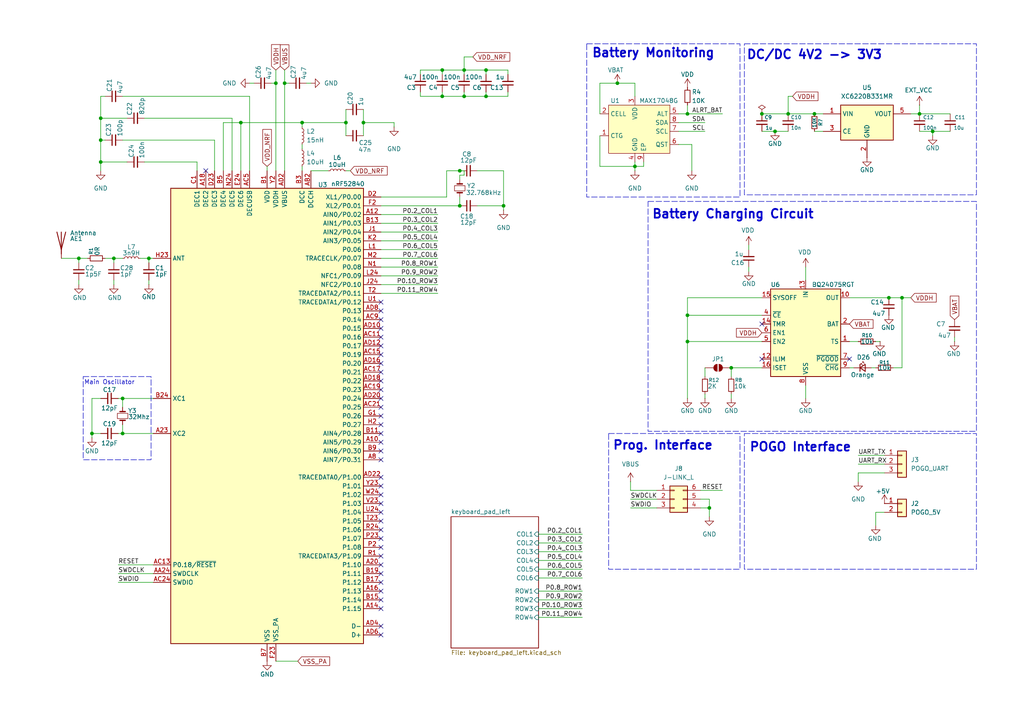
<source format=kicad_sch>
(kicad_sch (version 20250114) (generator "eeschema") (generator_version "9.0")
  (paper "A4")
  (title_block (title "LEFT PAD ETZEE101") (date "2026-02-11") (rev "v0.1"))
  (rectangle (start 24.13 109.22) (end 43.815 133.35) (stroke (width 0) (type dash)))
  (rectangle (start 170.18 12.7) (end 214.63 57.15) (stroke (width 0) (type dash)))
  (rectangle (start 215.9 125.73) (end 283.21 165.1) (stroke (width 0) (type dash)))
  (rectangle (start 187.96 58.42) (end 283.21 125.095) (stroke (width 0) (type dash)))
  (rectangle (start 215.9 12.7) (end 283.21 56.515) (stroke (width 0) (type dash)))
  (rectangle (start 176.53 125.73) (end 214.63 165.1) (stroke (width 0) (type dash)))
  (text "Main Oscillator" (at 31.75 110.998 0) (effects (font (size 1.27 1.27))))
  (text "DC/DC 4V2 -> 3V3\n" (at 236.22 16.002 0) (effects (font (size 2.54 2.54) (thickness 0.508) (bold yes))))
  (text "POGO Interface\n" (at 232.156 129.794 0) (effects (font (size 2.54 2.54) (thickness 0.508) (bold yes))))
  (text "Prog. Interface\n" (at 192.278 129.286 0) (effects (font (size 2.54 2.54) (thickness 0.508) (bold yes))))
  (text "Battery Monitoring\n\n" (at 189.484 17.526 0) (effects (font (size 2.54 2.54) (thickness 0.508) (bold yes))))
  (text "Battery Charging Circuit\n" (at 212.598 62.23 0) (effects (font (size 2.54 2.54) (thickness 0.508) (bold yes))))
  (junction (at 35.56 115.57))
  (junction (at 80.01 24.13))
  (junction (at 212.09 106.68))
  (junction (at 146.05 59.69))
  (junction (at 179.07 24.13))
  (junction (at 140.97 27.94))
  (junction (at 22.86 74.93))
  (junction (at 199.39 33.02))
  (junction (at 270.51 38.1))
  (junction (at 236.22 33.02))
  (junction (at 134.62 20.32))
  (junction (at 128.27 20.32))
  (junction (at 87.63 35.56))
  (junction (at 228.6 33.02))
  (junction (at 100.33 35.56))
  (junction (at 261.62 86.36))
  (junction (at 35.56 125.73))
  (junction (at 140.97 20.32))
  (junction (at 133.35 49.53))
  (junction (at 128.27 27.94))
  (junction (at 220.98 33.02))
  (junction (at 257.81 86.36))
  (junction (at 199.39 91.44))
  (junction (at 199.39 99.06))
  (junction (at 266.7 33.02))
  (junction (at 69.85 35.56))
  (junction (at 26.67 125.73))
  (junction (at 82.55 24.13))
  (junction (at 29.21 46.99))
  (junction (at 29.21 34.29))
  (junction (at 205.74 147.32))
  (junction (at 224.79 38.1))
  (junction (at 133.35 59.69))
  (junction (at 105.41 35.56))
  (junction (at 134.62 27.94))
  (junction (at 29.21 40.64))
  (junction (at 43.18 74.93))
  (junction (at 33.02 74.93))
  (junction (at 184.15 48.26))
  (no_connect (at 110.49 130.81))
  (no_connect (at 110.49 181.61))
  (no_connect (at 110.49 140.97))
  (no_connect (at 110.49 107.95))
  (no_connect (at 110.49 123.19))
  (no_connect (at 110.49 102.87))
  (no_connect (at 110.49 166.37))
  (no_connect (at 110.49 163.83))
  (no_connect (at 110.49 148.59))
  (no_connect (at 110.49 138.43))
  (no_connect (at 110.49 168.91))
  (no_connect (at 110.49 156.21))
  (no_connect (at 110.49 184.15))
  (no_connect (at 110.49 92.71))
  (no_connect (at 246.38 104.14))
  (no_connect (at 110.49 128.27))
  (no_connect (at 110.49 95.25))
  (no_connect (at 110.49 173.99))
  (no_connect (at 110.49 161.29))
  (no_connect (at 110.49 100.33))
  (no_connect (at 110.49 118.11))
  (no_connect (at 110.49 110.49))
  (no_connect (at 110.49 143.51))
  (no_connect (at 59.69 49.53))
  (no_connect (at 110.49 113.03))
  (no_connect (at 110.49 120.65))
  (no_connect (at 110.49 115.57))
  (no_connect (at 110.49 97.79))
  (no_connect (at 110.49 133.35))
  (no_connect (at 110.49 87.63))
  (no_connect (at 110.49 146.05))
  (no_connect (at 110.49 90.17))
  (no_connect (at 110.49 105.41))
  (no_connect (at 110.49 171.45))
  (no_connect (at 220.98 104.14))
  (no_connect (at 220.98 93.98))
  (no_connect (at 110.49 125.73))
  (no_connect (at 110.49 153.67))
  (no_connect (at 110.49 176.53))
  (no_connect (at 110.49 151.13))
  (no_connect (at 110.49 158.75))
  (wire (pts (xy 34.29 125.73) (xy 35.56 125.73)))
  (wire (pts (xy 236.22 33.02) (xy 238.76 33.02)))
  (wire (pts (xy 203.2 147.32) (xy 205.74 147.32)))
  (wire (pts (xy 22.86 74.93) (xy 25.4 74.93)))
  (wire (pts (xy 110.49 59.69) (xy 133.35 59.69)))
  (wire (pts (xy 246.38 99.06) (xy 248.92 99.06)))
  (wire (pts (xy 87.63 35.56) (xy 87.63 36.83)))
  (wire (pts (xy 196.85 41.91) (xy 200.66 41.91)))
  (wire (pts (xy 110.49 67.31) (xy 127 67.31)))
  (wire (pts (xy 105.41 35.56) (xy 114.3 35.56)))
  (wire (pts (xy 156.21 157.48) (xy 168.91 157.48)))
  (wire (pts (xy 35.56 115.57) (xy 35.56 118.11)))
  (wire (pts (xy 69.85 49.53) (xy 69.85 35.56)))
  (wire (pts (xy 110.49 64.77) (xy 127 64.77)))
  (wire (pts (xy 146.05 59.69) (xy 138.43 59.69)))
  (wire (pts (xy 82.55 20.32) (xy 82.55 24.13)))
  (wire (pts (xy 82.55 24.13) (xy 83.82 24.13)))
  (wire (pts (xy 248.92 137.16) (xy 256.54 137.16)))
  (wire (pts (xy 134.62 20.32) (xy 140.97 20.32)))
  (wire (pts (xy 128.27 27.94) (xy 134.62 27.94)))
  (wire (pts (xy 254 148.59) (xy 256.54 148.59)))
  (wire (pts (xy 80.01 24.13) (xy 80.01 49.53)))
  (wire (pts (xy 199.39 33.02) (xy 196.85 33.02)))
  (wire (pts (xy 184.15 24.13) (xy 184.15 27.94)))
  (wire (pts (xy 261.62 106.68) (xy 261.62 86.36)))
  (wire (pts (xy 40.64 74.93) (xy 43.18 74.93)))
  (wire (pts (xy 77.47 48.26) (xy 77.47 49.53)))
  (wire (pts (xy 147.32 27.94) (xy 147.32 26.67)))
  (wire (pts (xy 220.98 33.02) (xy 228.6 33.02)))
  (wire (pts (xy 110.49 69.85) (xy 127 69.85)))
  (wire (pts (xy 80.01 20.32) (xy 80.01 24.13)))
  (wire (pts (xy 110.49 74.93) (xy 127 74.93)))
  (wire (pts (xy 34.29 115.57) (xy 35.56 115.57)))
  (wire (pts (xy 82.55 24.13) (xy 82.55 49.53)))
  (wire (pts (xy 220.98 106.68) (xy 212.09 106.68)))
  (wire (pts (xy 196.85 38.1) (xy 204.47 38.1)))
  (wire (pts (xy 105.41 35.56) (xy 105.41 39.37)))
  (wire (pts (xy 182.88 139.7) (xy 182.88 142.24)))
  (wire (pts (xy 199.39 86.36) (xy 220.98 86.36)))
  (wire (pts (xy 184.15 48.26) (xy 186.69 48.26)))
  (wire (pts (xy 128.27 20.32) (xy 134.62 20.32)))
  (wire (pts (xy 199.39 30.48) (xy 199.39 33.02)))
  (wire (pts (xy 156.21 171.45) (xy 168.91 171.45)))
  (wire (pts (xy 228.6 33.02) (xy 236.22 33.02)))
  (wire (pts (xy 133.35 50.8) (xy 134.62 50.8)))
  (wire (pts (xy 212.09 106.68) (xy 212.09 109.22)))
  (wire (pts (xy 30.48 74.93) (xy 33.02 74.93)))
  (wire (pts (xy 217.17 77.47) (xy 217.17 78.74)))
  (wire (pts (xy 35.56 115.57) (xy 44.45 115.57)))
  (wire (pts (xy 121.92 20.32) (xy 128.27 20.32)))
  (wire (pts (xy 182.88 142.24) (xy 190.5 142.24)))
  (wire (pts (xy 233.68 115.57) (xy 233.68 111.76)))
  (wire (pts (xy 87.63 48.26) (xy 87.63 49.53)))
  (wire (pts (xy 26.67 125.73) (xy 26.67 115.57)))
  (wire (pts (xy 137.16 16.51) (xy 134.62 16.51)))
  (wire (pts (xy 110.49 85.09) (xy 127 85.09)))
  (wire (pts (xy 43.18 74.93) (xy 43.18 76.2)))
  (wire (pts (xy 29.21 40.64) (xy 29.21 34.29)))
  (wire (pts (xy 156.21 154.94) (xy 168.91 154.94)))
  (wire (pts (xy 29.21 40.64) (xy 30.48 40.64)))
  (wire (pts (xy 204.47 114.3) (xy 204.47 115.57)))
  (wire (pts (xy 184.15 46.99) (xy 184.15 48.26)))
  (wire (pts (xy 121.92 21.59) (xy 121.92 20.32)))
  (wire (pts (xy 205.74 144.78) (xy 205.74 147.32)))
  (wire (pts (xy 41.91 46.99) (xy 57.15 46.99)))
  (wire (pts (xy 184.15 48.26) (xy 184.15 49.53)))
  (wire (pts (xy 35.56 40.64) (xy 62.23 40.64)))
  (wire (pts (xy 252.73 106.68) (xy 254 106.68)))
  (wire (pts (xy 110.49 82.55) (xy 127 82.55)))
  (wire (pts (xy 199.39 33.02) (xy 209.55 33.02)))
  (wire (pts (xy 72.39 24.13) (xy 73.66 24.13)))
  (wire (pts (xy 128.27 20.32) (xy 128.27 21.59)))
  (wire (pts (xy 110.49 80.01) (xy 127 80.01)))
  (wire (pts (xy 35.56 125.73) (xy 44.45 125.73)))
  (wire (pts (xy 156.21 165.1) (xy 168.91 165.1)))
  (wire (pts (xy 217.17 71.12) (xy 217.17 72.39)))
  (wire (pts (xy 156.21 173.99) (xy 168.91 173.99)))
  (wire (pts (xy 266.7 38.1) (xy 270.51 38.1)))
  (wire (pts (xy 266.7 33.02) (xy 275.59 33.02)))
  (wire (pts (xy 140.97 20.32) (xy 140.97 21.59)))
  (wire (pts (xy 110.49 62.23) (xy 127 62.23)))
  (wire (pts (xy 34.29 166.37) (xy 44.45 166.37)))
  (wire (pts (xy 78.74 24.13) (xy 80.01 24.13)))
  (wire (pts (xy 173.99 48.26) (xy 184.15 48.26)))
  (wire (pts (xy 270.51 38.1) (xy 275.59 38.1)))
  (wire (pts (xy 259.08 106.68) (xy 261.62 106.68)))
  (wire (pts (xy 29.21 34.29) (xy 29.21 27.94)))
  (wire (pts (xy 67.31 49.53) (xy 67.31 34.29)))
  (wire (pts (xy 173.99 39.37) (xy 173.99 48.26)))
  (wire (pts (xy 156.21 160.02) (xy 168.91 160.02)))
  (wire (pts (xy 57.15 46.99) (xy 57.15 49.53)))
  (wire (pts (xy 220.98 38.1) (xy 224.79 38.1)))
  (wire (pts (xy 29.21 49.53) (xy 29.21 46.99)))
  (wire (pts (xy 199.39 115.57) (xy 199.39 99.06)))
  (wire (pts (xy 22.86 74.93) (xy 22.86 76.2)))
  (wire (pts (xy 100.33 35.56) (xy 100.33 39.37)))
  (wire (pts (xy 133.35 50.8) (xy 133.35 52.07)))
  (wire (pts (xy 156.21 162.56) (xy 168.91 162.56)))
  (wire (pts (xy 134.62 50.8) (xy 134.62 49.53)))
  (wire (pts (xy 29.21 125.73) (xy 26.67 125.73)))
  (wire (pts (xy 29.21 46.99) (xy 36.83 46.99)))
  (wire (pts (xy 26.67 125.73) (xy 26.67 127)))
  (wire (pts (xy 87.63 41.91) (xy 87.63 43.18)))
  (wire (pts (xy 182.88 147.32) (xy 190.5 147.32)))
  (wire (pts (xy 186.69 48.26) (xy 186.69 46.99)))
  (wire (pts (xy 140.97 26.67) (xy 140.97 27.94)))
  (wire (pts (xy 121.92 26.67) (xy 121.92 27.94)))
  (wire (pts (xy 264.16 33.02) (xy 266.7 33.02)))
  (wire (pts (xy 173.99 24.13) (xy 179.07 24.13)))
  (wire (pts (xy 156.21 176.53) (xy 168.91 176.53)))
  (wire (pts (xy 254 99.06) (xy 255.27 99.06)))
  (wire (pts (xy 90.17 49.53) (xy 95.25 49.53)))
  (wire (pts (xy 128.27 26.67) (xy 128.27 27.94)))
  (wire (pts (xy 257.81 86.36) (xy 261.62 86.36)))
  (wire (pts (xy 248.92 132.08) (xy 256.54 132.08)))
  (wire (pts (xy 203.2 144.78) (xy 205.74 144.78)))
  (wire (pts (xy 200.66 41.91) (xy 200.66 49.53)))
  (wire (pts (xy 114.3 36.83) (xy 114.3 35.56)))
  (wire (pts (xy 64.77 35.56) (xy 69.85 35.56)))
  (wire (pts (xy 261.62 86.36) (xy 264.16 86.36)))
  (wire (pts (xy 199.39 99.06) (xy 220.98 99.06)))
  (wire (pts (xy 199.39 91.44) (xy 199.39 86.36)))
  (wire (pts (xy 80.01 191.77) (xy 86.36 191.77)))
  (wire (pts (xy 248.92 139.7) (xy 248.92 137.16)))
  (wire (pts (xy 140.97 27.94) (xy 147.32 27.94)))
  (wire (pts (xy 146.05 49.53) (xy 146.05 59.69)))
  (wire (pts (xy 29.21 34.29) (xy 36.83 34.29)))
  (wire (pts (xy 138.43 49.53) (xy 146.05 49.53)))
  (wire (pts (xy 133.35 57.15) (xy 133.35 59.69)))
  (wire (pts (xy 43.18 74.93) (xy 44.45 74.93)))
  (wire (pts (xy 212.09 114.3) (xy 212.09 115.57)))
  (wire (pts (xy 199.39 99.06) (xy 199.39 91.44)))
  (wire (pts (xy 22.86 81.28) (xy 22.86 82.55)))
  (wire (pts (xy 133.35 49.53) (xy 134.62 49.53)))
  (wire (pts (xy 199.39 91.44) (xy 220.98 91.44)))
  (wire (pts (xy 41.91 34.29) (xy 67.31 34.29)))
  (wire (pts (xy 204.47 106.68) (xy 204.47 109.22)))
  (wire (pts (xy 105.41 31.75) (xy 105.41 35.56)))
  (wire (pts (xy 246.38 106.68) (xy 247.65 106.68)))
  (wire (pts (xy 26.67 115.57) (xy 29.21 115.57)))
  (wire (pts (xy 129.54 49.53) (xy 133.35 49.53)))
  (wire (pts (xy 179.07 24.13) (xy 184.15 24.13)))
  (wire (pts (xy 110.49 72.39) (xy 127 72.39)))
  (wire (pts (xy 34.29 168.91) (xy 44.45 168.91)))
  (wire (pts (xy 224.79 38.1) (xy 228.6 38.1)))
  (wire (pts (xy 35.56 123.19) (xy 35.56 125.73)))
  (wire (pts (xy 134.62 26.67) (xy 134.62 27.94)))
  (wire (pts (xy 87.63 35.56) (xy 100.33 35.56)))
  (wire (pts (xy 35.56 27.94) (xy 72.39 27.94)))
  (wire (pts (xy 182.88 144.78) (xy 190.5 144.78)))
  (wire (pts (xy 147.32 20.32) (xy 147.32 21.59)))
  (wire (pts (xy 270.51 38.1) (xy 270.51 39.37)))
  (wire (pts (xy 110.49 57.15) (xy 129.54 57.15)))
  (wire (pts (xy 156.21 179.07) (xy 168.91 179.07)))
  (wire (pts (xy 17.78 74.93) (xy 22.86 74.93)))
  (wire (pts (xy 29.21 46.99) (xy 29.21 40.64)))
  (wire (pts (xy 34.29 163.83) (xy 44.45 163.83)))
  (wire (pts (xy 72.39 27.94) (xy 72.39 49.53)))
  (wire (pts (xy 121.92 27.94) (xy 128.27 27.94)))
  (wire (pts (xy 205.74 147.32) (xy 205.74 149.86)))
  (wire (pts (xy 33.02 74.93) (xy 33.02 76.2)))
  (wire (pts (xy 33.02 82.55) (xy 33.02 81.28)))
  (wire (pts (xy 203.2 142.24) (xy 209.55 142.24)))
  (wire (pts (xy 156.21 167.64) (xy 168.91 167.64)))
  (wire (pts (xy 64.77 49.53) (xy 64.77 35.56)))
  (wire (pts (xy 100.33 31.75) (xy 100.33 35.56)))
  (wire (pts (xy 62.23 40.64) (xy 62.23 49.53)))
  (wire (pts (xy 69.85 35.56) (xy 87.63 35.56)))
  (wire (pts (xy 129.54 57.15) (xy 129.54 49.53)))
  (wire (pts (xy 146.05 59.69) (xy 146.05 60.96)))
  (wire (pts (xy 134.62 16.51) (xy 134.62 20.32)))
  (wire (pts (xy 134.62 20.32) (xy 134.62 21.59)))
  (wire (pts (xy 100.33 49.53) (xy 101.6 49.53)))
  (wire (pts (xy 110.49 77.47) (xy 127 77.47)))
  (wire (pts (xy 248.92 134.62) (xy 256.54 134.62)))
  (wire (pts (xy 254 152.4) (xy 254 148.59)))
  (wire (pts (xy 229.87 27.94) (xy 228.6 27.94)))
  (wire (pts (xy 43.18 82.55) (xy 43.18 81.28)))
  (wire (pts (xy 228.6 27.94) (xy 228.6 33.02)))
  (wire (pts (xy 246.38 86.36) (xy 257.81 86.36)))
  (wire (pts (xy 233.68 77.47) (xy 233.68 81.28)))
  (wire (pts (xy 134.62 27.94) (xy 140.97 27.94)))
  (wire (pts (xy 266.7 30.48) (xy 266.7 33.02)))
  (wire (pts (xy 29.21 27.94) (xy 30.48 27.94)))
  (wire (pts (xy 196.85 35.56) (xy 204.47 35.56)))
  (wire (pts (xy 236.22 38.1) (xy 238.76 38.1)))
  (wire (pts (xy 88.9 24.13) (xy 90.17 24.13)))
  (wire (pts (xy 33.02 74.93) (xy 35.56 74.93)))
  (wire (pts (xy 173.99 33.02) (xy 173.99 24.13)))
  (wire (pts (xy 276.86 97.79) (xy 276.86 99.06)))
  (wire (pts (xy 140.97 20.32) (xy 147.32 20.32)))
  (label "P0.5_COL4" (at 127 69.85 180))
  (label "P0.3_COL2" (at 127 64.77 180))
  (label "P0.5_COL4" (at 168.91 162.56 180))
  (label "P0.10_ROW3" (at 168.91 176.53 180))
  (label "SWDIO" (at 182.88 147.32 0))
  (label "P0.2_COL1" (at 168.91 154.94 180))
  (label "P0.3_COL2" (at 168.91 157.48 180))
  (label "P0.8_ROW1" (at 168.91 171.45 180))
  (label "P0.9_ROW2" (at 127 80.01 180))
  (label "P0.7_COL6" (at 168.91 167.64 180))
  (label "P0.9_ROW2" (at 168.91 173.99 180))
  (label "ALRT_BAT" (at 209.55 33.02 180))
  (label "P0.11_ROW4" (at 127 85.09 180))
  (label "RESET" (at 34.29 163.83 0))
  (label "UART_RX" (at 248.92 134.62 0))
  (label "P0.11_ROW4" (at 168.91 179.07 180))
  (label "P0.2_COL1" (at 127 62.23 180))
  (label "SDA" (at 204.47 35.56 180))
  (label "P0.6_COL5" (at 168.91 165.1 180))
  (label "UART_TX" (at 248.92 132.08 0))
  (label "P0.8_ROW1" (at 127 77.47 180))
  (label "P0.10_ROW3" (at 127 82.55 180))
  (label "P0.4_COL3" (at 168.91 160.02 180))
  (label "P0.6_COL5" (at 127 72.39 180))
  (label "RESET" (at 209.55 142.24 180))
  (label "P0.4_COL3" (at 127 67.31 180))
  (label "P0.7_COL6" (at 127 74.93 180))
  (label "SWDCLK" (at 34.29 166.37 0))
  (label "SWDCLK" (at 182.88 144.78 0))
  (label "SCL" (at 204.47 38.1 180))
  (label "SWDIO" (at 34.29 168.91 0))
  (global_label "VDD_NRF" (shape input) (at 137.16 16.51 0) (property "Intersheetrefs" "${INTERSHEET_REFS}" (effects (hide yes))))
  (global_label "VDDH" (shape input) (at 264.16 86.36 0) (property "Intersheetrefs" "${INTERSHEET_REFS}" (effects (hide yes))))
  (global_label "VBAT" (shape input) (at 246.38 93.98 0) (property "Intersheetrefs" "${INTERSHEET_REFS}" (effects (hide yes))))
  (global_label "VBAT" (shape input) (at 276.86 92.71 90) (property "Intersheetrefs" "${INTERSHEET_REFS}" (effects (hide yes))))
  (global_label "VDDH" (shape input) (at 229.87 27.94 0) (property "Intersheetrefs" "${INTERSHEET_REFS}" (effects (hide yes))))
  (global_label "VDDH" (shape input) (at 80.01 20.32 90) (property "Intersheetrefs" "${INTERSHEET_REFS}" (effects (hide yes))))
  (global_label "VDDH" (shape input) (at 220.98 96.52 180) (property "Intersheetrefs" "${INTERSHEET_REFS}" (effects (hide yes))))
  (global_label "VBUS" (shape input) (at 82.55 20.32 90) (property "Intersheetrefs" "${INTERSHEET_REFS}" (effects (hide yes))))
  (global_label "VDD_NRF" (shape input) (at 77.47 48.26 90) (property "Intersheetrefs" "${INTERSHEET_REFS}" (effects (hide yes))))
  (global_label "VDD_NRF" (shape input) (at 101.6 49.53 0) (property "Intersheetrefs" "${INTERSHEET_REFS}" (effects (hide yes))))
  (global_label "VSS_PA" (shape input) (at 86.36 191.77 0) (property "Intersheetrefs" "${INTERSHEET_REFS}" (effects (hide yes))))
  (symbol (lib_id "Connector_Generic:Conn_02x03_Counter_Clockwise") (at 195.58 144.78 0) (unit 1)
    (property "Reference" "J8" (at 196.85 135.89 0))
    (property "Value" "J-LINK_L" (at 196.85 138.43 0))
    (property "Description" "Generic connector, double row, 02x03, counter clockwise pin numbering scheme (similar to DIP package numbering), script generated (kicad-library-utils/schlib/autogen/connector/)" (effects (hide yes)))
  )
  (symbol (lib_id "power:GND") (at 217.17 78.74 0) (unit 1)
    (property "Reference" "#PWR035" (effects (hide yes)))
    (property "Value" "GND" (at 215.138 82.296 0) (effects (justify left)))
    (property "Description" "Power symbol creates a global label with name \"GND\" , ground" (effects (hide yes)))
  )
  (symbol (lib_id "Device:Crystal_Small") (at 133.35 54.61 90) (unit 1)
    (property "Reference" "Y2" (at 135.382 53.848 90) (effects (justify right)))
    (property "Value" "32.768kHz" (at 135.128 55.88 90) (effects (justify right)))
    (property "Description" "Two pin crystal, small symbol" (effects (hide yes)))
  )
  (symbol (lib_id "Device:C_Small") (at 276.86 95.25 0) (unit 1)
    (property "Reference" "C7" (at 271.526 93.98 0) (effects (justify left)))
    (property "Value" "4u7" (at 272.034 97.282 0) (effects (justify left)))
    (property "Footprint" "Capacitor_SMD:C_0603_1608Metric" (effects (hide yes)))
    (property "Description" "Unpolarized capacitor, small symbol" (effects (hide yes)))
  )
  (symbol (lib_id "power:GND") (at 254 152.4 0) (unit 1)
    (property "Reference" "#PWR020" (effects (hide yes)))
    (property "Value" "GND" (at 253.746 156.21 0))
    (property "Description" "Power symbol creates a global label with name \"GND\" , ground" (effects (hide yes)))
  )
  (symbol (lib_id "power:GND") (at 257.81 91.44 0) (unit 1)
    (property "Reference" "#PWR031" (effects (hide yes)))
    (property "Value" "GND" (at 255.524 94.996 0) (effects (justify left)))
    (property "Description" "Power symbol creates a global label with name \"GND\" , ground" (effects (hide yes)))
  )
  (symbol (lib_id "power:GND") (at 199.39 115.57 0) (unit 1)
    (property "Reference" "#PWR024" (effects (hide yes)))
    (property "Value" "GND" (at 197.358 119.126 0) (effects (justify left)))
    (property "Description" "Power symbol creates a global label with name \"GND\" , ground" (effects (hide yes)))
  )
  (symbol (lib_id "Device:C_Small") (at 43.18 78.74 0) (unit 1)
    (property "Reference" "C1" (at 44.958 77.724 0) (effects (justify left)))
    (property "Value" "1pF" (at 44.958 79.502 0) (effects (justify left)))
    (property "Footprint" "Capacitor_SMD:C_0603_1608Metric" (effects (hide yes)))
    (property "Description" "Unpolarized capacitor, small symbol" (effects (hide yes)))
  )
  (symbol (lib_id "power:GND") (at 90.17 24.13 90) (unit 1)
    (property "Reference" "#PWR016" (effects (hide yes)))
    (property "Value" "GND" (at 93.98 24.1299 90) (effects (justify right)))
    (property "Description" "Power symbol creates a global label with name \"GND\" , ground" (effects (hide yes)))
  )
  (symbol (lib_id "symbol_library_etzee101:MAX17048G") (at 184.15 36.83 0) (unit 1)
    (property "Reference" "U1" (at 177.038 29.21 0) (effects (justify left)))
    (property "Value" "MAX17048G" (at 185.42 29.21 0) (effects (justify left)))
    (property "Footprint" "Package_DFN_QFN:DFN-8-1EP_2x2mm_P0.5mm_EP0.8x1.6mm" (effects (hide yes)))
  )
  (symbol (lib_id "Device:C_Small") (at 31.75 125.73 270) (unit 1)
    (property "Reference" "C19" (at 31.75 122.936 90))
    (property "Value" "12pF" (at 31.75 128.524 90))
    (property "Footprint" "Capacitor_SMD:C_0603_1608Metric" (effects (hide yes)))
    (property "Description" "Unpolarized capacitor, small symbol" (effects (hide yes)))
  )
  (symbol (lib_id "Device:C_Small") (at 275.59 35.56 0) (unit 1)
    (property "Reference" "C11" (at 276.86 34.036 0) (effects (font (size 1.016 1.016)) (justify left)))
    (property "Value" "10u" (at 276.606 37.084 0) (effects (font (size 1.016 1.016)) (justify left)))
    (property "Footprint" "Capacitor_SMD:C_0603_1608Metric" (effects (hide yes)))
    (property "Description" "Unpolarized capacitor, small symbol" (effects (hide yes)))
  )
  (symbol (lib_name "R_Small_3") (lib_id "Device:R_Small") (at 204.47 111.76 0) (unit 1)
    (property "Reference" "R12" (at 205.486 110.236 0) (effects (font (size 1.016 1.016)) (justify left)))
    (property "Value" "2K" (at 205.232 112.014 0) (effects (justify left)))
    (property "Description" "Resistor, small symbol" (effects (hide yes)))
  )
  (symbol (lib_id "Device:C_Small") (at 33.02 78.74 0) (unit 1)
    (property "Reference" "C28" (at 34.798 77.724 0) (effects (justify left)))
    (property "Value" "1pF" (at 34.798 79.502 0) (effects (justify left)))
    (property "Footprint" "Capacitor_SMD:C_0603_1608Metric" (effects (hide yes)))
    (property "Description" "Unpolarized capacitor, small symbol" (effects (hide yes)))
  )
  (symbol (lib_id "power:GND") (at 72.39 24.13 270) (unit 1)
    (property "Reference" "#PWR08" (effects (hide yes)))
    (property "Value" "GND" (at 68.58 24.1299 90) (effects (justify right)))
    (property "Description" "Power symbol creates a global label with name \"GND\" , ground" (effects (hide yes)))
  )
  (symbol (lib_id "power:GND") (at 26.67 127 0) (unit 1)
    (property "Reference" "#PWR017" (effects (hide yes)))
    (property "Value" "GND" (at 26.67 130.81 0))
    (property "Description" "Power symbol creates a global label with name \"GND\" , ground" (effects (hide yes)))
  )
  (symbol (lib_name "R_Small_3") (lib_id "Device:R_Small") (at 212.09 111.76 0) (unit 1)
    (property "Reference" "R8" (at 213.106 110.236 0) (effects (font (size 1.016 1.016)) (justify left)))
    (property "Value" "10k" (at 212.852 112.014 0) (effects (justify left)))
    (property "Description" "Resistor, small symbol" (effects (hide yes)))
  )
  (symbol (lib_name "R_Small_6") (lib_id "Device:R_Small") (at 256.54 106.68 90) (unit 1)
    (property "Reference" "R11" (at 256.54 105.156 90) (effects (font (size 1.016 1.016))))
    (property "Value" "10k" (at 256.54 106.68 90))
    (property "Description" "Resistor, small symbol" (effects (hide yes)))
  )
  (symbol (lib_id "power:GND") (at 29.21 49.53 0) (unit 1)
    (property "Reference" "#PWR05" (effects (hide yes)))
    (property "Value" "GND" (at 29.21 54.61 0))
    (property "Description" "Power symbol creates a global label with name \"GND\" , ground" (effects (hide yes)))
  )
  (symbol (lib_id "Device:C_Small") (at 135.89 49.53 90) (unit 1)
    (property "Reference" "C8" (at 135.3757 44.704 90))
    (property "Value" "12pF" (at 135.89 46.482 90))
    (property "Footprint" "Capacitor_SMD:C_0603_1608Metric" (effects (hide yes)))
    (property "Description" "Unpolarized capacitor, small symbol" (effects (hide yes)))
  )
  (symbol (lib_id "Connector_Generic:Conn_01x02") (at 261.62 146.05 0) (unit 1)
    (property "Reference" "J2" (at 264.16 146.0499 0) (effects (justify left)))
    (property "Value" "POGO_5V" (at 264.16 148.5899 0) (effects (justify left)))
    (property "Description" "Generic connector, single row, 01x02, script generated (kicad-library-utils/schlib/autogen/connector/)" (effects (hide yes)))
  )
  (symbol (lib_id "power:GND") (at 77.47 191.77 0) (unit 1)
    (property "Reference" "#PWR04" (effects (hide yes)))
    (property "Value" "GND" (at 77.47 195.58 0))
    (property "Description" "Power symbol creates a global label with name \"GND\" , ground" (effects (hide yes)))
  )
  (symbol (lib_id "power:GND") (at 22.86 82.55 0) (unit 1)
    (property "Reference" "#PWR09" (effects (hide yes)))
    (property "Value" "GND" (at 23.114 86.36 0))
    (property "Description" "Power symbol creates a global label with name \"GND\" , ground" (effects (hide yes)))
  )
  (symbol (lib_id "power:VBUS") (at 182.88 139.7 0) (unit 1)
    (property "Reference" "#PWR019" (effects (hide yes)))
    (property "Value" "VBUS" (at 182.88 134.62 0))
    (property "Description" "Power symbol creates a global label with name \"VBUS\"" (effects (hide yes)))
  )
  (symbol (lib_id "Device:C_Small") (at 128.27 24.13 180) (unit 1)
    (property "Reference" "C4" (at 127 25.4 0) (effects (justify left)))
    (property "Value" "100n" (at 127.254 22.352 0) (effects (justify left)))
    (property "Footprint" "Capacitor_SMD:C_0603_1608Metric" (effects (hide yes)))
    (property "Description" "Unpolarized capacitor, small symbol" (effects (hide yes)))
  )
  (symbol (lib_id "power:VDD") (at 217.17 71.12 0) (unit 1)
    (property "Reference" "#PWR033" (effects (hide yes)))
    (property "Value" "VDD" (at 216.916 66.802 0))
    (property "Description" "Power symbol creates a global label with name \"VDD\"" (effects (hide yes)))
  )
  (symbol (lib_id "Device:C_Small") (at 140.97 24.13 180) (unit 1)
    (property "Reference" "C6" (at 139.7 25.4 0) (effects (justify left)))
    (property "Value" "100n" (at 139.954 22.352 0) (effects (justify left)))
    (property "Footprint" "Capacitor_SMD:C_0603_1608Metric" (effects (hide yes)))
    (property "Description" "Unpolarized capacitor, small symbol" (effects (hide yes)))
  )
  (symbol (lib_id "power:GND") (at 205.74 149.86 0) (unit 1)
    (property "Reference" "#PWR022" (effects (hide yes)))
    (property "Value" "GND" (at 205.74 154.94 0))
    (property "Description" "Power symbol creates a global label with name \"GND\" , ground" (effects (hide yes)))
  )
  (symbol (lib_id "Device:C_Small") (at 220.98 35.56 0) (unit 1)
    (property "Reference" "C9" (at 221.742 34.036 0) (effects (font (size 1.016 1.016)) (justify left)))
    (property "Value" "1u" (at 221.996 37.084 0) (effects (font (size 1.016 1.016)) (justify left)))
    (property "Footprint" "Capacitor_SMD:C_0603_1608Metric" (effects (hide yes)))
    (property "Description" "Unpolarized capacitor, small symbol" (effects (hide yes)))
  )
  (symbol (lib_id "power:GND") (at 200.66 49.53 0) (unit 1)
    (property "Reference" "#PWR01" (effects (hide yes)))
    (property "Value" "GND" (at 200.66 54.61 0))
    (property "Description" "Power symbol creates a global label with name \"GND\" , ground" (effects (hide yes)))
  )
  (symbol (lib_id "power:VDD") (at 266.7 30.48 0) (unit 1)
    (property "Reference" "#PWR018" (effects (hide yes)))
    (property "Value" "EXT_VCC" (at 266.446 26.162 0))
    (property "Description" "Power symbol creates a global label with name \"VDD\"" (effects (hide yes)))
  )
  (symbol (lib_name "R_Small_3") (lib_id "Device:R_Small") (at 27.94 74.93 90) (unit 1)
    (property "Reference" "R1" (at 26.416 73.914 0) (effects (font (size 1.016 1.016)) (justify left)))
    (property "Value" "0R" (at 28.194 74.168 0) (effects (justify left)))
    (property "Description" "Resistor, small symbol" (effects (hide yes)))
  )
  (symbol (lib_id "Device:R_Small") (at 199.39 27.94 0) (unit 1)
    (property "Reference" "R4" (at 200.66 26.67 0) (effects (justify left)))
    (property "Value" "10K" (at 200.66 29.21 0) (effects (justify left)))
    (property "Footprint" "Resistor_SMD:R_0603_1608Metric" (effects (hide yes)))
    (property "Description" "Resistor, small symbol" (effects (hide yes)))
  )
  (symbol (lib_id "Device:L_Small") (at 97.79 49.53 90) (unit 1)
    (property "Reference" "L6" (at 97.79 45.72 90))
    (property "Value" "10uH" (at 97.79 47.752 90))
    (property "Description" "Inductor, small symbol" (effects (hide yes)))
  )
  (symbol (lib_id "Regulator_Linear:XC6220B331MR") (at 251.46 35.56 0) (unit 1)
    (property "Reference" "U5" (at 251.46 25.4 0))
    (property "Value" "XC6220B331MR" (at 251.46 27.94 0))
    (property "Footprint" "Package_TO_SOT_SMD:SOT-23-5" (effects (hide yes)))
    (property "Datasheet" "https://www.torexsemi.com/file/xc6220/XC6220.pdf" (effects (hide yes)))
    (property "Description" "1A, Low Drop-out Voltage Regulator, Fixed Output 3.3V, SOT-23-5" (effects (hide yes)))
    (property "LCSC" "C86534" (effects (hide yes)))
  )
  (symbol (lib_id "Device:C_Small") (at 217.17 74.93 180) (unit 1)
    (property "Reference" "C16" (at 215.9 76.2 0) (effects (justify left)))
    (property "Value" "1u" (at 215.646 73.66 0) (effects (justify left)))
    (property "Footprint" "Capacitor_SMD:C_0603_1608Metric" (effects (hide yes)))
    (property "Description" "Unpolarized capacitor, small symbol" (effects (hide yes)))
  )
  (symbol (lib_id "power:GND") (at 204.47 115.57 0) (unit 1)
    (property "Reference" "#PWR026" (effects (hide yes)))
    (property "Value" "GND" (at 202.438 119.126 0) (effects (justify left)))
    (property "Description" "Power symbol creates a global label with name \"GND\" , ground" (effects (hide yes)))
  )
  (symbol (lib_id "power:PWR_FLAG") (at 220.98 33.02 0) (unit 1)
    (property "Reference" "#FLG01" (effects (hide yes)))
    (property "Value" "PWR_FLAG" (effects (hide yes)))
    (property "Description" "Special symbol for telling ERC where power comes from" (effects (hide yes)))
  )
  (symbol (lib_id "Device:C_Small") (at 228.6 35.56 0) (unit 1)
    (property "Reference" "C10" (at 229.362 34.036 0) (effects (font (size 1.016 1.016)) (justify left)))
    (property "Value" "10n" (at 229.362 37.084 0) (effects (font (size 1.016 1.016)) (justify left)))
    (property "Footprint" "Capacitor_SMD:C_0603_1608Metric" (effects (hide yes)))
    (property "Description" "Unpolarized capacitor, small symbol" (effects (hide yes)))
  )
  (symbol (lib_id "power:GND") (at 248.92 139.7 0) (unit 1)
    (property "Reference" "#PWR021" (effects (hide yes)))
    (property "Value" "GND" (at 248.92 144.78 0))
    (property "Description" "Power symbol creates a global label with name \"GND\" , ground" (effects (hide yes)))
  )
  (symbol (lib_id "power:GND") (at 251.46 45.72 0) (unit 1)
    (property "Reference" "#PWR012" (effects (hide yes)))
    (property "Value" "GND" (at 251.46 49.276 0))
    (property "Description" "Power symbol creates a global label with name \"GND\" , ground" (effects (hide yes)))
  )
  (symbol (lib_id "Device:C_Small") (at 39.37 34.29 90) (unit 1)
    (property "Reference" "C22" (at 37.592 33.528 0) (effects (justify left)))
    (property "Value" "820p" (at 41.148 33.274 0) (effects (justify left)))
    (property "Footprint" "Capacitor_SMD:C_0603_1608Metric" (effects (hide yes)))
    (property "Description" "Unpolarized capacitor, small symbol" (effects (hide yes)))
  )
  (symbol (lib_id "Device:Antenna") (at 17.78 69.85 0) (unit 1)
    (property "Reference" "AE1" (at 20.32 69.2149 0) (effects (justify left)))
    (property "Value" "Antenna" (at 20.32 67.564 0) (effects (justify left)))
    (property "Footprint" "RF_Antenna:Texas_SWRA117D_2.4GHz_Left" (effects (hide yes)))
    (property "Description" "Antenna" (effects (hide yes)))
  )
  (symbol (lib_id "Jumper:SolderJumper_2_Open") (at 208.28 106.68 0) (unit 1) (in_bom no)
    (property "Reference" "JP1" (at 208.28 104.14 0))
    (property "Value" "SolderJumper_2_Open" (effects (hide yes)))
    (property "Footprint" "Jumper:SolderJumper-2_P1.3mm_Open_Pad1.0x1.5mm" (effects (hide yes)))
    (property "Description" "Solder Jumper, 2-pole, open" (effects (hide yes)))
  )
  (symbol (lib_id "Device:C_Small") (at 39.37 46.99 90) (unit 1)
    (property "Reference" "C24" (at 38.1 45.72 0) (effects (justify left)))
    (property "Value" "100n" (at 41.148 45.974 0) (effects (justify left)))
    (property "Footprint" "Capacitor_SMD:C_0603_1608Metric" (effects (hide yes)))
    (property "Description" "Unpolarized capacitor, small symbol" (effects (hide yes)))
  )
  (symbol (lib_id "Device:L_Small") (at 87.63 45.72 0) (unit 1)
    (property "Reference" "L4" (at 88.9 44.4499 0) (effects (justify left)))
    (property "Value" "10uH" (at 88.9 46.9899 0) (effects (justify left)))
    (property "Description" "Inductor, small symbol" (effects (hide yes)))
  )
  (symbol (lib_id "Device:C_Small") (at 266.7 35.56 0) (unit 1)
    (property "Reference" "C12" (at 267.716 34.036 0) (effects (font (size 1.016 1.016)) (justify left)))
    (property "Value" "100n" (at 267.716 37.084 0) (effects (font (size 1.016 1.016)) (justify left)))
    (property "Footprint" "Capacitor_SMD:C_0603_1608Metric" (effects (hide yes)))
    (property "Description" "Unpolarized capacitor, small symbol" (effects (hide yes)))
  )
  (symbol (lib_id "Device:C_Small") (at 76.2 24.13 90) (unit 1)
    (property "Reference" "C26" (at 74.93 22.86 0) (effects (justify left)))
    (property "Value" "4u7" (at 77.978 23.114 0) (effects (justify left)))
    (property "Footprint" "Capacitor_SMD:C_0603_1608Metric" (effects (hide yes)))
    (property "Description" "Unpolarized capacitor, small symbol" (effects (hide yes)))
  )
  (symbol (lib_id "power:+5V") (at 256.54 146.05 0) (unit 1)
    (property "Reference" "#PWR023" (effects (hide yes)))
    (property "Value" "+5V" (at 256.032 142.494 0))
    (property "Description" "Power symbol creates a global label with name \"+5V\"" (effects (hide yes)))
  )
  (symbol (lib_name "R_Small_1") (lib_id "Device:R_Small") (at 236.22 35.56 180) (unit 1)
    (property "Reference" "R7" (at 237.998 36.576 90) (effects (font (size 1.016 1.016)) (justify right)))
    (property "Value" "10K" (at 236.22 37.084 90) (effects (font (size 1.016 1.016)) (justify right)))
    (property "Footprint" "Resistor_SMD:R_0603_1608Metric" (effects (hide yes)))
    (property "Description" "Resistor, small symbol" (effects (hide yes)))
  )
  (symbol (lib_name "R_Small_5") (lib_id "Device:R_Small") (at 251.46 99.06 90) (unit 1)
    (property "Reference" "R10" (at 251.46 97.282 90) (effects (font (size 1.016 1.016))))
    (property "Value" "10k" (at 251.46 99.06 90))
    (property "Description" "Resistor, small symbol" (effects (hide yes)))
  )
  (symbol (lib_id "power:GND") (at 33.02 82.55 0) (unit 1)
    (property "Reference" "#PWR037" (effects (hide yes)))
    (property "Value" "GND" (at 33.274 86.36 0))
    (property "Description" "Power symbol creates a global label with name \"GND\" , ground" (effects (hide yes)))
  )
  (symbol (lib_id "Device:LED_Small") (at 250.19 106.68 0) (unit 1)
    (property "Reference" "D26" (at 250.444 103.632 0))
    (property "Value" "Orange" (at 250.19 108.712 0))
    (property "Footprint" "LED_SMD:LED_0603_1608Metric" (effects (hide yes)))
    (property "Description" "Light emitting diode, small symbol" (effects (hide yes)))
    (property "Sim.Pin" "1=K 2=A" (effects (hide yes)))
  )
  (symbol (lib_id "power:VDD") (at 199.39 25.4 0) (unit 1)
    (property "Reference" "#PWR032" (effects (hide yes)))
    (property "Value" "VDD" (at 199.39 21.59 0))
    (property "Description" "Power symbol creates a global label with name \"VDD\"" (effects (hide yes)))
  )
  (symbol (lib_id "Device:C_Small") (at 102.87 31.75 90) (unit 1)
    (property "Reference" "C20" (at 101.6 30.48 0) (effects (justify left)))
    (property "Value" "1u" (at 104.648 30.734 0) (effects (justify left)))
    (property "Footprint" "Capacitor_SMD:C_0603_1608Metric" (effects (hide yes)))
    (property "Description" "Unpolarized capacitor, small symbol" (effects (hide yes)))
  )
  (symbol (lib_id "power:GND") (at 270.51 39.37 0) (unit 1)
    (property "Reference" "#PWR015" (effects (hide yes)))
    (property "Value" "GND" (at 270.51 42.926 0))
    (property "Description" "Power symbol creates a global label with name \"GND\" , ground" (effects (hide yes)))
  )
  (symbol (lib_id "Device:C_Small") (at 121.92 24.13 180) (unit 1)
    (property "Reference" "C3" (at 120.65 25.4 0) (effects (justify left)))
    (property "Value" "4u7" (at 120.904 22.352 0) (effects (justify left)))
    (property "Footprint" "Capacitor_SMD:C_0603_1608Metric" (effects (hide yes)))
    (property "Description" "Unpolarized capacitor, small symbol" (effects (hide yes)))
  )
  (symbol (lib_id "Device:Crystal_Small") (at 35.56 120.65 270) (unit 1)
    (property "Reference" "Y3" (at 39.624 119.126 90) (effects (justify right)))
    (property "Value" "32Mhz" (at 43.434 120.904 90) (effects (justify right)))
    (property "Description" "Two pin crystal, small symbol" (effects (hide yes)))
  )
  (symbol (lib_id "power:GND") (at 224.79 38.1 0) (unit 1)
    (property "Reference" "#PWR010" (effects (hide yes)))
    (property "Value" "GND" (at 224.79 41.656 0))
    (property "Description" "Power symbol creates a global label with name \"GND\" , ground" (effects (hide yes)))
  )
  (symbol (lib_id "Device:C_Small") (at 86.36 24.13 90) (unit 1)
    (property "Reference" "C27" (at 85.09 22.86 0) (effects (justify left)))
    (property "Value" "4u7" (at 88.138 23.114 0) (effects (justify left)))
    (property "Footprint" "Capacitor_SMD:C_0603_1608Metric" (effects (hide yes)))
    (property "Description" "Unpolarized capacitor, small symbol" (effects (hide yes)))
  )
  (symbol (lib_id "Device:C_Small") (at 33.02 40.64 90) (unit 1)
    (property "Reference" "C23" (at 31.496 39.624 0) (effects (justify left)))
    (property "Value" "100p" (at 34.798 39.624 0) (effects (justify left)))
    (property "Footprint" "Capacitor_SMD:C_0603_1608Metric" (effects (hide yes)))
    (property "Description" "Unpolarized capacitor, small symbol" (effects (hide yes)))
  )
  (symbol (lib_id "Device:C_Small") (at 147.32 24.13 180) (unit 1)
    (property "Reference" "C13" (at 146.05 25.4 0) (effects (justify left)))
    (property "Value" "1u" (at 146.304 22.352 0) (effects (justify left)))
    (property "Footprint" "Capacitor_SMD:C_0603_1608Metric" (effects (hide yes)))
    (property "Description" "Unpolarized capacitor, small symbol" (effects (hide yes)))
  )
  (symbol (lib_id "Battery_Management:BQ24075RGT") (at 233.68 96.52 0) (unit 1)
    (property "Reference" "U6" (at 223.52 82.55 0) (effects (justify left)))
    (property "Value" "BQ24075RGT" (at 235.458 82.55 0) (effects (justify left)))
    (property "Footprint" "Package_DFN_QFN:VQFN-16-1EP_3x3mm_P0.5mm_EP1.6x1.6mm" (effects (hide yes)))
    (property "Datasheet" "http://www.ti.com/lit/ds/symlink/bq24075.pdf" (effects (hide yes)))
    (property "Description" "USB-Friendly Li-Ion Battery Charger and Power-Path Management, VQFN-16" (effects (hide yes)))
  )
  (symbol (lib_id "Device:L_Small") (at 38.1 74.93 90) (unit 1)
    (property "Reference" "L7" (at 38.1 71.628 90))
    (property "Value" "3n9H" (at 38.1 73.406 90))
    (property "Description" "Inductor, small symbol" (effects (hide yes)))
  )
  (symbol (lib_id "power:GND") (at 43.18 82.55 0) (unit 1)
    (property "Reference" "#PWR07" (effects (hide yes)))
    (property "Value" "GND" (at 43.18 86.106 0))
    (property "Description" "Power symbol creates a global label with name \"GND\" , ground" (effects (hide yes)))
  )
  (symbol (lib_id "MCU_Nordic:nRF52840") (at 77.47 120.65 0) (unit 1)
    (property "Reference" "U3" (at 92.202 53.594 0) (effects (justify left)))
    (property "Value" "nRF52840" (at 96.012 53.34 0) (effects (justify left)))
    (property "Footprint" "Package_DFN_QFN:Nordic_AQFN-73-1EP_7x7mm_P0.5mm" (effects (hide yes)))
    (property "Datasheet" "http://infocenter.nordicsemi.com/topic/com.nordic.infocenter.nrf52/dita/nrf52/chips/nrf52840.html" (effects (hide yes)))
    (property "Description" "Multiprotocol BLE/ANT/2.4 GHz/802.15.4 Cortex-M4F SoC, AQFN-73" (effects (hide yes)))
  )
  (symbol (lib_id "Connector_Generic:Conn_01x03") (at 261.62 134.62 0) (unit 1)
    (property "Reference" "J3" (at 264.16 133.3499 0) (effects (justify left)))
    (property "Value" "POGO_UART" (at 264.16 135.8899 0) (effects (justify left)))
    (property "Description" "Generic connector, single row, 01x03, script generated (kicad-library-utils/schlib/autogen/connector/)" (effects (hide yes)))
  )
  (symbol (lib_id "Device:C_Small") (at 134.62 24.13 180) (unit 1)
    (property "Reference" "C5" (at 133.35 25.4 0) (effects (justify left)))
    (property "Value" "100n" (at 133.604 22.352 0) (effects (justify left)))
    (property "Footprint" "Capacitor_SMD:C_0603_1608Metric" (effects (hide yes)))
    (property "Description" "Unpolarized capacitor, small symbol" (effects (hide yes)))
  )
  (symbol (lib_id "power:GND") (at 276.86 99.06 0) (unit 1)
    (property "Reference" "#PWR02" (effects (hide yes)))
    (property "Value" "GND" (at 274.574 102.616 0) (effects (justify left)))
    (property "Description" "Power symbol creates a global label with name \"GND\" , ground" (effects (hide yes)))
  )
  (symbol (lib_id "Device:C_Small") (at 22.86 78.74 0) (unit 1)
    (property "Reference" "C2" (at 24.638 77.724 0) (effects (justify left)))
    (property "Value" "1p5F" (at 24.638 79.502 0) (effects (justify left)))
    (property "Footprint" "Capacitor_SMD:C_0603_1608Metric" (effects (hide yes)))
    (property "Description" "Unpolarized capacitor, small symbol" (effects (hide yes)))
  )
  (symbol (lib_id "power:GND") (at 255.27 99.06 0) (unit 1)
    (property "Reference" "#PWR029" (effects (hide yes)))
    (property "Value" "GND" (at 252.984 102.616 0) (effects (justify left)))
    (property "Description" "Power symbol creates a global label with name \"GND\" , ground" (effects (hide yes)))
  )
  (symbol (lib_id "Device:C_Small") (at 102.87 39.37 90) (unit 1)
    (property "Reference" "C25" (at 107.95 41.402 90) (effects (justify left)))
    (property "Value" "47n" (at 107.696 43.434 90) (effects (justify left)))
    (property "Footprint" "Capacitor_SMD:C_0603_1608Metric" (effects (hide yes)))
    (property "Description" "Unpolarized capacitor, small symbol" (effects (hide yes)))
  )
  (symbol (lib_id "power:GND") (at 114.3 36.83 0) (unit 1)
    (property "Reference" "#PWR06" (effects (hide yes)))
    (property "Value" "GND" (at 114.3 43.18 0))
    (property "Description" "Power symbol creates a global label with name \"GND\" , ground" (effects (hide yes)))
  )
  (symbol (lib_id "Device:L_Small") (at 87.63 39.37 0) (unit 1)
    (property "Reference" "L2" (at 88.9 38.0999 0) (effects (justify left)))
    (property "Value" "15nH" (at 88.9 40.6399 0) (effects (justify left)))
    (property "Description" "Inductor, small symbol" (effects (hide yes)))
  )
  (symbol (lib_id "power:GND") (at 184.15 49.53 0) (unit 1)
    (property "Reference" "#PWR042" (effects (hide yes)))
    (property "Value" "GND" (at 184.15 54.61 0))
    (property "Description" "Power symbol creates a global label with name \"GND\" , ground" (effects (hide yes)))
  )
  (symbol (lib_id "power:+4V") (at 179.07 24.13 0) (unit 1)
    (property "Reference" "#PWR034" (effects (hide yes)))
    (property "Value" "VBAT" (at 178.562 20.32 0))
    (property "Description" "Power symbol creates a global label with name \"+4V\"" (effects (hide yes)))
  )
  (symbol (lib_id "Device:C_Small") (at 31.75 115.57 270) (unit 1)
    (property "Reference" "C17" (at 31.75 113.03 90))
    (property "Value" "12pF" (at 31.75 118.364 90))
    (property "Footprint" "Capacitor_SMD:C_0603_1608Metric" (effects (hide yes)))
    (property "Description" "Unpolarized capacitor, small symbol" (effects (hide yes)))
  )
  (symbol (lib_id "power:VDD") (at 233.68 77.47 0) (unit 1)
    (property "Reference" "#PWR030" (effects (hide yes)))
    (property "Value" "VDD" (at 233.426 73.152 0))
    (property "Description" "Power symbol creates a global label with name \"VDD\"" (effects (hide yes)))
  )
  (symbol (lib_id "power:GND") (at 233.68 115.57 0) (unit 1)
    (property "Reference" "#PWR028" (effects (hide yes)))
    (property "Value" "GND" (at 233.68 119.126 0))
    (property "Description" "Power symbol creates a global label with name \"GND\" , ground" (effects (hide yes)))
  )
  (symbol (lib_id "Device:C_Small") (at 135.89 59.69 90) (unit 1)
    (property "Reference" "C18" (at 135.382 62.738 90))
    (property "Value" "12pF" (at 135.89 64.516 90))
    (property "Footprint" "Capacitor_SMD:C_0603_1608Metric" (effects (hide yes)))
    (property "Description" "Unpolarized capacitor, small symbol" (effects (hide yes)))
  )
  (symbol (lib_id "Device:C_Small") (at 33.02 27.94 90) (unit 1)
    (property "Reference" "C21" (at 31.75 26.67 0) (effects (justify left)))
    (property "Value" "4u7" (at 34.798 27.178 0) (effects (justify left)))
    (property "Footprint" "Capacitor_SMD:C_0603_1608Metric" (effects (hide yes)))
    (property "Description" "Unpolarized capacitor, small symbol" (effects (hide yes)))
  )
  (symbol (lib_id "Device:C_Small") (at 257.81 88.9 0) (unit 1)
    (property "Reference" "C14" (at 252.476 87.63 0) (effects (justify left)))
    (property "Value" "4u7" (at 252.984 90.932 0) (effects (justify left)))
    (property "Footprint" "Capacitor_SMD:C_0603_1608Metric" (effects (hide yes)))
    (property "Description" "Unpolarized capacitor, small symbol" (effects (hide yes)))
  )
  (symbol (lib_id "power:GND") (at 212.09 115.57 0) (unit 1)
    (property "Reference" "#PWR025" (effects (hide yes)))
    (property "Value" "GND" (at 210.058 119.126 0) (effects (justify left)))
    (property "Description" "Power symbol creates a global label with name \"GND\" , ground" (effects (hide yes)))
  )
  (symbol (lib_id "power:GND") (at 146.05 60.96 0) (unit 1)
    (property "Reference" "#PWR03" (effects (hide yes)))
    (property "Value" "GND" (at 146.05 66.04 0))
    (property "Description" "Power symbol creates a global label with name \"GND\" , ground" (effects (hide yes)))
  )
  (sheet (at 130.81 149.86) (size 25.4 38.1) (stroke (width 0.1524))
    (property "Sheetname" "keyboard_pad_left" (at 130.81 149.1484 0) (effects (justify left bottom)))
    (property "Sheetfile" "keyboard_pad_left.kicad_sch" (at 130.81 188.5446 0) (effects (justify left top)))
    (pin "COL1" input (at 156.21 154.94 0))
    (pin "COL2" input (at 156.21 157.48 0))
    (pin "COL3" input (at 156.21 160.02 0))
    (pin "COL4" input (at 156.21 162.56 0))
    (pin "COL5" input (at 156.21 165.1 0))
    (pin "ROW1" input (at 156.21 171.45 0))
    (pin "ROW2" input (at 156.21 173.99 0))
    (pin "ROW3" input (at 156.21 176.53 0))
    (pin "ROW4" input (at 156.21 179.07 0))
    (pin "COL6" input (at 156.21 167.64 0))
  )
)
</source>
